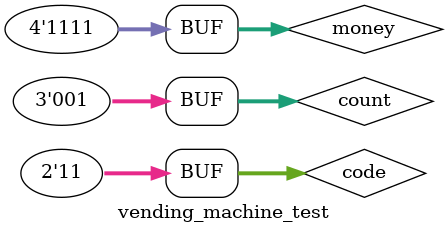
<source format=v>
`timescale 1ns / 1ps


module vending_machine_test;

	// Inputs
	reg [1:0] code;
	reg [2:0] count;
	reg [3:0] money;

	// Outputs
	wire posibility;
	wire [3:0] remaining;

	// Instantiate the Unit Under Test (UUT)
	vendingmachine uut (
		.code(code), 
		.count(count), 
		.money(money), 
		.posibility(posibility), 
		.remaining(remaining)
	);

	initial begin
		// Initialize Inputs
		code = 0;
		count = 0;
		money = 0;

		// Wait 100 ns for global reset to finish
		#100;
        
		// Add stimulus here
		code = 0;
		count = 1;
		money = 15;
		
		#100;
		
		code = 1;
		count = 1;
		money = 15;
		
		#100;
		
		code = 2;
		count = 1;
		money = 15;

		#100;
		
		code = 3;
		count = 1;
		money = 15;

	end
      
endmodule


</source>
